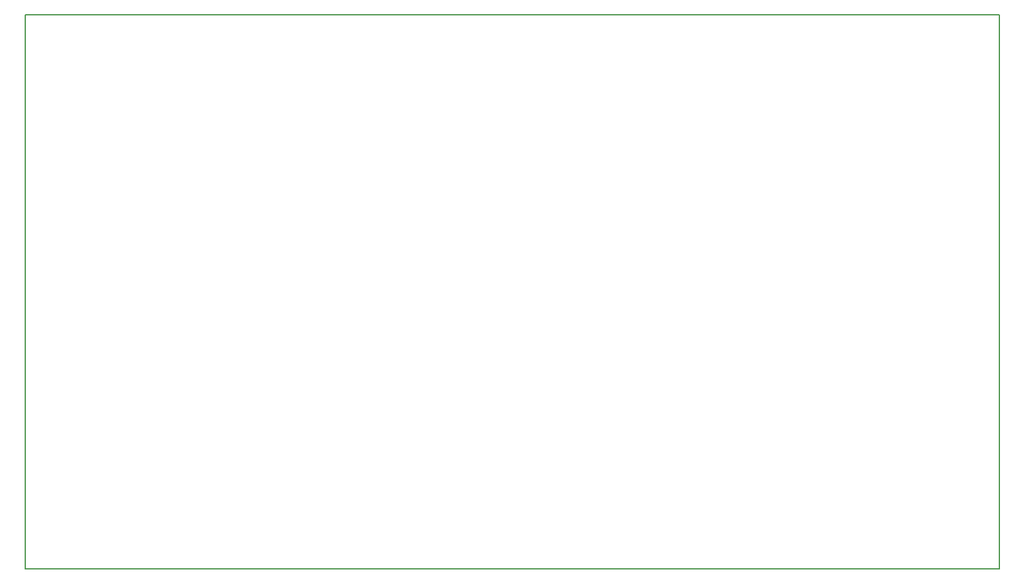
<source format=gbr>
G04 #@! TF.GenerationSoftware,KiCad,Pcbnew,5.0.2-bee76a0~70~ubuntu16.04.1*
G04 #@! TF.CreationDate,2022-01-22T11:01:39+01:00*
G04 #@! TF.ProjectId,breakoutBoard,62726561-6b6f-4757-9442-6f6172642e6b,rev?*
G04 #@! TF.SameCoordinates,Original*
G04 #@! TF.FileFunction,Profile,NP*
%FSLAX46Y46*%
G04 Gerber Fmt 4.6, Leading zero omitted, Abs format (unit mm)*
G04 Created by KiCad (PCBNEW 5.0.2-bee76a0~70~ubuntu16.04.1) date lör 22 jan 2022 11:01:39*
%MOMM*%
%LPD*%
G01*
G04 APERTURE LIST*
%ADD10C,0.150000*%
G04 APERTURE END LIST*
D10*
X164465000Y-43180000D02*
X30480000Y-43180000D01*
X30480000Y-119380000D02*
X30480000Y-118745000D01*
X164465000Y-119380000D02*
X30480000Y-119380000D01*
X164465000Y-119380000D02*
X164465000Y-43180000D01*
X30480000Y-43180000D02*
X30480000Y-118745000D01*
M02*

</source>
